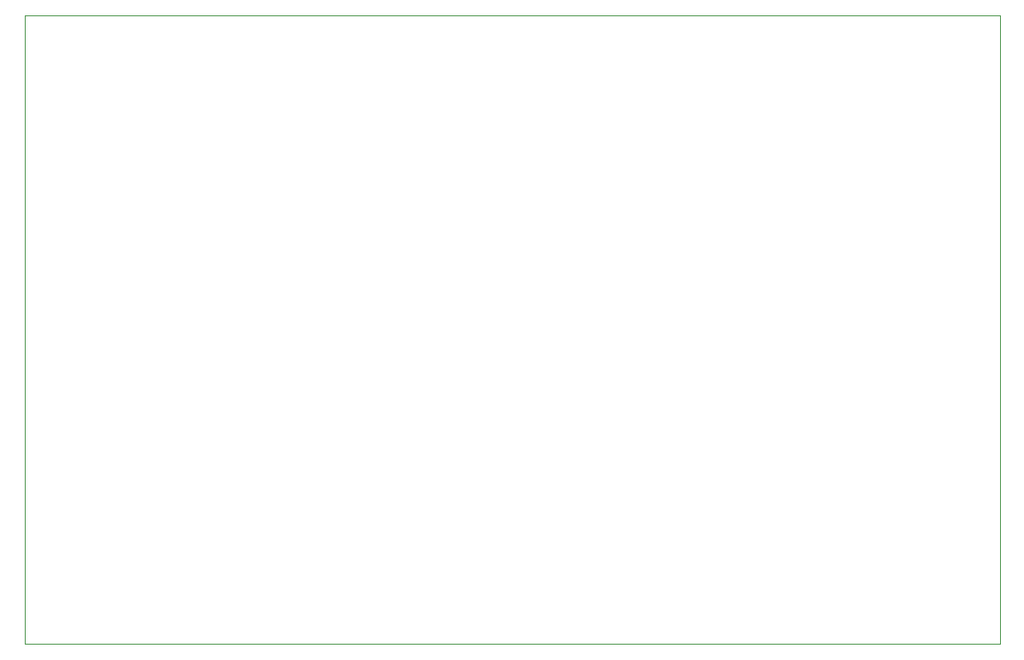
<source format=gbr>
%TF.GenerationSoftware,KiCad,Pcbnew,(5.1.6)-1*%
%TF.CreationDate,2020-11-12T20:03:02-08:00*%
%TF.ProjectId,piezodriver,7069657a-6f64-4726-9976-65722e6b6963,rev?*%
%TF.SameCoordinates,Original*%
%TF.FileFunction,Profile,NP*%
%FSLAX46Y46*%
G04 Gerber Fmt 4.6, Leading zero omitted, Abs format (unit mm)*
G04 Created by KiCad (PCBNEW (5.1.6)-1) date 2020-11-12 20:03:02*
%MOMM*%
%LPD*%
G01*
G04 APERTURE LIST*
%TA.AperFunction,Profile*%
%ADD10C,0.050000*%
%TD*%
G04 APERTURE END LIST*
D10*
X296291000Y-68580000D02*
X298450000Y-68580000D01*
X298450000Y-6350000D02*
X298450000Y-68580000D01*
X201930000Y-68580000D02*
X202311000Y-68580000D01*
X201930000Y-6350000D02*
X201930000Y-68580000D01*
X298450000Y-6350000D02*
X201930000Y-6350000D01*
X202311000Y-68580000D02*
X296291000Y-68580000D01*
M02*

</source>
